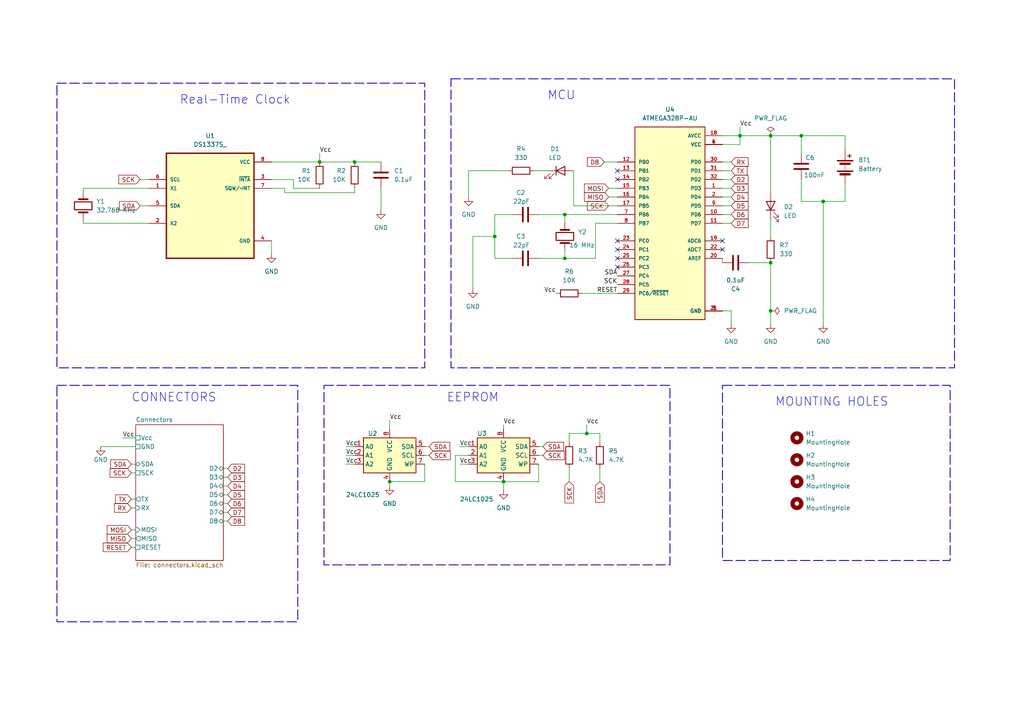
<source format=kicad_sch>
(kicad_sch (version 20230121) (generator eeschema)
  (paper "A4")
  (title_block (title "&{project_name}") (date "2024-05-02") (rev "1"))
  (lib_symbols
    (symbol "ATMEGA328P-AU:ATMEGA328P-AU" (pin_names (offset 1.016))
      (property "Reference" "U" (at -10.1755 29.2546 0))
      (property "Value" "ATMEGA328P-AU" (at -10.1669 -31.7714 0))
      (symbol "ATMEGA328P-AU_0_0"
        (rectangle (start -10.16 -27.94) (end 10.16 27.94) (stroke (width 0.254)) (fill (type background)))
        (pin bidirectional line (at 15.24 10.16 180) (length 5.08) (name "PD3") (number "1"))
        (pin bidirectional line (at 15.24 2.54 180) (length 5.08) (name "PD6") (number "10"))
        (pin bidirectional line (at 15.24 0 180) (length 5.08) (name "PD7") (number "11"))
        (pin bidirectional line (at -15.24 17.78 0) (length 5.08) (name "PB0") (number "12"))
        (pin bidirectional line (at -15.24 15.24 0) (length 5.08) (name "PB1") (number "13"))
        (pin bidirectional line (at -15.24 12.7 0) (length 5.08) (name "PB2") (number "14"))
        (pin bidirectional line (at -15.24 10.16 0) (length 5.08) (name "PB3") (number "15"))
        (pin bidirectional line (at -15.24 7.62 0) (length 5.08) (name "PB4") (number "16"))
        (pin bidirectional line (at -15.24 5.08 0) (length 5.08) (name "PB5") (number "17"))
        (pin power_in line (at 15.24 25.4 180) (length 5.08) (name "AVCC") (number "18"))
        (pin bidirectional line (at 15.24 -5.08 180) (length 5.08) (name "ADC6") (number "19"))
        (pin bidirectional line (at 15.24 7.62 180) (length 5.08) (name "PD4") (number "2"))
        (pin input line (at 15.24 -10.16 180) (length 5.08) (name "AREF") (number "20"))
        (pin power_in line (at 15.24 -25.4 180) (length 5.08) (name "GND") (number "21"))
        (pin bidirectional line (at 15.24 -7.62 180) (length 5.08) (name "ADC7") (number "22"))
        (pin bidirectional line (at -15.24 -5.08 0) (length 5.08) (name "PC0") (number "23"))
        (pin bidirectional line (at -15.24 -7.62 0) (length 5.08) (name "PC1") (number "24"))
        (pin bidirectional line (at -15.24 -10.16 0) (length 5.08) (name "PC2") (number "25"))
        (pin bidirectional line (at -15.24 -12.7 0) (length 5.08) (name "PC3") (number "26"))
        (pin bidirectional line (at -15.24 -15.24 0) (length 5.08) (name "PC4") (number "27"))
        (pin bidirectional line (at -15.24 -17.78 0) (length 5.08) (name "PC5") (number "28"))
        (pin bidirectional line (at -15.24 -20.32 0) (length 5.08) (name "PC6/~{RESET}") (number "29"))
        (pin power_in line (at 15.24 -25.4 180) (length 5.08) (name "GND") (number "3"))
        (pin bidirectional line (at 15.24 17.78 180) (length 5.08) (name "PD0") (number "30"))
        (pin bidirectional line (at 15.24 15.24 180) (length 5.08) (name "PD1") (number "31"))
        (pin bidirectional line (at 15.24 12.7 180) (length 5.08) (name "PD2") (number "32"))
        (pin power_in line (at 15.24 22.86 180) (length 5.08) (name "VCC") (number "4"))
        (pin power_in line (at 15.24 -25.4 180) (length 5.08) (name "GND") (number "5"))
        (pin power_in line (at 15.24 22.86 180) (length 5.08) (name "VCC") (number "6"))
        (pin bidirectional line (at -15.24 2.54 0) (length 5.08) (name "PB6") (number "7"))
        (pin bidirectional line (at -15.24 0 0) (length 5.08) (name "PB7") (number "8"))
        (pin bidirectional line (at 15.24 5.08 180) (length 5.08) (name "PD5") (number "9"))
      )
    )
    (symbol "DS1337S_:DS1337S_" (pin_names (offset 1.016))
      (property "Reference" "U" (at -12.7 16.24 0))
      (property "Value" "DS1337S_" (at -12.7 -19.24 0))
      (symbol "DS1337S__0_0"
        (rectangle (start -12.7 -15.24) (end 12.7 15.24) (stroke (width 0.41)) (fill (type background)))
        (pin input line (at -17.78 5.08 0) (length 5.08) (name "X1") (number "1"))
        (pin bidirectional line (at -17.78 -5.08 0) (length 5.08) (name "X2") (number "2"))
        (pin output line (at 17.78 7.62 180) (length 5.08) (name "~{INTA}") (number "3"))
        (pin power_in line (at 17.78 -10.16 180) (length 5.08) (name "GND") (number "4"))
        (pin bidirectional line (at -17.78 0 0) (length 5.08) (name "SDA") (number "5"))
        (pin input line (at -17.78 7.62 0) (length 5.08) (name "SCL") (number "6"))
        (pin output line (at 17.78 5.08 180) (length 5.08) (name "SQW/~INT") (number "7"))
        (pin power_in line (at 17.78 12.7 180) (length 5.08) (name "VCC") (number "8"))
      )
    )
    (symbol "Device:Battery" (pin_numbers hide) (pin_names (offset 0) hide)
      (property "Reference" "BT" (at 2.54 2.54 0))
      (property "Value" "Battery" (at 2.54 0 0))
      (symbol "Battery_0_1"
        (rectangle (start -2.286 -1.27) (end 2.286 -1.524) (fill (type outline)))
        (rectangle (start -2.286 1.778) (end 2.286 1.524) (fill (type outline)))
        (rectangle (start -1.524 -2.032) (end 1.524 -2.54) (fill (type outline)))
        (rectangle (start -1.524 1.016) (end 1.524 0.508) (fill (type outline)))
        (polyline (pts (xy 0 -1.016) (xy 0 -0.762)))
        (polyline (pts (xy 0 -0.508) (xy 0 -0.254)))
        (polyline (pts (xy 0 0) (xy 0 0.254)))
        (polyline (pts (xy 0 1.778) (xy 0 2.54)))
        (polyline (pts (xy 0.762 3.048) (xy 1.778 3.048)) (stroke (width 0.254)))
        (polyline (pts (xy 1.27 3.556) (xy 1.27 2.54)) (stroke (width 0.254)))
      )
      (symbol "Battery_1_1"
        (pin passive line (at 0 5.08 270) (length 2.54) (name "+") (number "1"))
        (pin passive line (at 0 -5.08 90) (length 2.54) (name "-") (number "2"))
      )
    )
    (symbol "Device:C" (pin_numbers hide) (pin_names (offset 0.254))
      (property "Reference" "C" (at 0.635 2.54 0))
      (property "Value" "C" (at 0.635 -2.54 0))
      (symbol "C_0_1"
        (polyline (pts (xy -2.032 -0.762) (xy 2.032 -0.762)) (stroke (width 0.508)))
        (polyline (pts (xy -2.032 0.762) (xy 2.032 0.762)) (stroke (width 0.508)))
      )
      (symbol "C_1_1"
        (pin passive line (at 0 3.81 270) (length 2.794) (name "~") (number "1"))
        (pin passive line (at 0 -3.81 90) (length 2.794) (name "~") (number "2"))
      )
    )
    (symbol "Device:Crystal" (pin_numbers hide) (pin_names (offset 1.016) hide)
      (property "Reference" "Y" (at 0 3.81 0))
      (property "Value" "Crystal" (at 0 -3.81 0))
      (symbol "Crystal_0_1"
        (rectangle (start -1.143 2.54) (end 1.143 -2.54) (stroke (width 0.3048)))
        (polyline (pts (xy -2.54 0) (xy -1.905 0)))
        (polyline (pts (xy -1.905 -1.27) (xy -1.905 1.27)) (stroke (width 0.508)))
        (polyline (pts (xy 1.905 -1.27) (xy 1.905 1.27)) (stroke (width 0.508)))
        (polyline (pts (xy 2.54 0) (xy 1.905 0)))
      )
      (symbol "Crystal_1_1"
        (pin passive line (at -3.81 0 0) (length 1.27) (name "1") (number "1"))
        (pin passive line (at 3.81 0 180) (length 1.27) (name "2") (number "2"))
      )
    )
    (symbol "Device:LED" (pin_numbers hide) (pin_names (offset 1.016) hide)
      (property "Reference" "D" (at 0 2.54 0))
      (property "Value" "LED" (at 0 -2.54 0))
      (symbol "LED_0_1"
        (polyline (pts (xy -1.27 -1.27) (xy -1.27 1.27)) (stroke (width 0.254)))
        (polyline (pts (xy -1.27 0) (xy 1.27 0)))
        (polyline (pts (xy 1.27 -1.27) (xy 1.27 1.27) (xy -1.27 0) (xy 1.27 -1.27)) (stroke (width 0.254)))
        (polyline (pts (xy -3.048 -0.762) (xy -4.572 -2.286) (xy -3.81 -2.286) (xy -4.572 -2.286) (xy -4.572 -1.524)))
        (polyline (pts (xy -1.778 -0.762) (xy -3.302 -2.286) (xy -2.54 -2.286) (xy -3.302 -2.286) (xy -3.302 -1.524)))
      )
      (symbol "LED_1_1"
        (pin passive line (at -3.81 0 0) (length 2.54) (name "K") (number "1"))
        (pin passive line (at 3.81 0 180) (length 2.54) (name "A") (number "2"))
      )
    )
    (symbol "Device:R" (pin_numbers hide) (pin_names (offset 0))
      (property "Reference" "R" (at 2.032 0 90))
      (property "Value" "R" (at 0 0 90))
      (symbol "R_0_1"
        (rectangle (start -1.016 -2.54) (end 1.016 2.54) (stroke (width 0.254)))
      )
      (symbol "R_1_1"
        (pin passive line (at 0 3.81 270) (length 1.27) (name "~") (number "1"))
        (pin passive line (at 0 -3.81 90) (length 1.27) (name "~") (number "2"))
      )
    )
    (symbol "GND_1" (power) (pin_numbers hide) (pin_names (offset 0) hide)
      (property "Value" "GND_1" (at 0 -3.81 0))
      (symbol "GND_1_0_1"
        (polyline (pts (xy 0 0) (xy 0 -1.27) (xy 1.27 -1.27) (xy 0 -2.54) (xy -1.27 -1.27) (xy 0 -1.27)))
      )
      (symbol "GND_1_1_1"
        (pin power_in line (at 0 0 270) (length 0) hide (name "GND") (number "1"))
      )
    )
    (symbol "Mechanical:MountingHole" (pin_names (offset 1.016))
      (property "Reference" "H" (at 0 5.08 0))
      (property "Value" "MountingHole" (at 0 3.175 0))
      (symbol "MountingHole_0_1"
        (circle (center 0 0) (radius 1.27) (stroke (width 1.27)))
      )
    )
    (symbol "Memory_EEPROM:24LC1025"
      (property "Reference" "U" (at -6.35 6.35 0))
      (property "Value" "24LC1025" (at 1.27 6.35 0))
      (symbol "24LC1025_1_1"
        (rectangle (start -7.62 5.08) (end 7.62 -5.08) (stroke (width 0.254)) (fill (type background)))
        (pin input line (at -10.16 2.54 0) (length 2.54) (name "A0") (number "1"))
        (pin input line (at -10.16 0 0) (length 2.54) (name "A1") (number "2"))
        (pin input line (at -10.16 -2.54 0) (length 2.54) (name "A2") (number "3"))
        (pin power_in line (at 0 -7.62 90) (length 2.54) (name "GND") (number "4"))
        (pin bidirectional line (at 10.16 2.54 180) (length 2.54) (name "SDA") (number "5"))
        (pin input line (at 10.16 0 180) (length 2.54) (name "SCL") (number "6"))
        (pin input line (at 10.16 -2.54 180) (length 2.54) (name "WP") (number "7"))
        (pin power_in line (at 0 7.62 270) (length 2.54) (name "VCC") (number "8"))
      )
    )
    (symbol "power:GND" (power) (pin_names (offset 0))
      (property "Value" "GND" (at 0 -3.81 0))
      (symbol "GND_0_1"
        (polyline (pts (xy 0 0) (xy 0 -1.27) (xy 1.27 -1.27) (xy 0 -2.54) (xy -1.27 -1.27) (xy 0 -1.27)))
      )
      (symbol "GND_1_1"
        (pin power_in line (at 0 0 270) (length 0) hide (name "GND") (number "1"))
      )
    )
    (symbol "power:PWR_FLAG" (power) (pin_numbers hide) (pin_names (offset 0) hide)
      (property "Value" "PWR_FLAG" (at 0 3.81 0))
      (symbol "PWR_FLAG_0_0"
        (pin power_out line (at 0 0 90) (length 0) (name "pwr") (number "1"))
      )
      (symbol "PWR_FLAG_0_1"
        (polyline (pts (xy 0 0) (xy 0 1.27) (xy -1.016 1.905) (xy 0 2.54) (xy 1.016 1.905) (xy 0 1.27)))
      )
    )
  )
  (junction (at 163.83 74.93))
  (junction (at 102.87 46.99))
  (junction (at 146.05 139.7))
  (junction (at 238.76 58.42))
  (junction (at 113.03 139.7))
  (junction (at 92.71 46.99))
  (junction (at 223.52 90.17))
  (junction (at 143.51 68.58))
  (junction (at 163.83 62.23))
  (junction (at 223.52 39.37))
  (junction (at 170.18 125.73))
  (junction (at 223.52 76.2))
  (junction (at 232.41 39.37))
  (junction (at 214.63 39.37))
  (no_connect (at 209.55 72.39))
  (no_connect (at 179.07 77.47))
  (no_connect (at 209.55 69.85))
  (no_connect (at 179.07 49.53))
  (no_connect (at 179.07 74.93))
  (no_connect (at 179.07 52.07))
  (no_connect (at 179.07 69.85))
  (no_connect (at 179.07 72.39))
  (wire (pts (xy 64.77 135.89) (xy 66.04 135.89)))
  (wire (pts (xy 176.53 54.61) (xy 179.07 54.61)))
  (wire (pts (xy 163.83 62.23) (xy 163.83 64.77)))
  (wire (pts (xy 113.03 139.7) (xy 123.19 139.7)))
  (wire (pts (xy 92.71 44.45) (xy 92.71 46.99)))
  (wire (pts (xy 135.89 49.53) (xy 135.89 57.15)))
  (wire (pts (xy 214.63 39.37) (xy 223.52 39.37)))
  (wire (pts (xy 78.74 52.07) (xy 85.09 52.07)))
  (wire (pts (xy 24.13 54.61) (xy 24.13 55.88)))
  (wire (pts (xy 40.64 52.07) (xy 43.18 52.07)))
  (wire (pts (xy 100.33 129.54) (xy 102.87 129.54)))
  (wire (pts (xy 132.08 139.7) (xy 146.05 139.7)))
  (wire (pts (xy 179.07 64.77) (xy 172.72 64.77)))
  (wire (pts (xy 232.41 39.37) (xy 245.11 39.37)))
  (wire (pts (xy 209.55 90.17) (xy 212.09 90.17)))
  (wire (pts (xy 245.11 53.34) (xy 245.11 58.42)))
  (wire (pts (xy 170.18 123.19) (xy 170.18 125.73)))
  (wire (pts (xy 156.21 134.62) (xy 156.21 139.7)))
  (wire (pts (xy 156.21 132.08) (xy 157.48 132.08)))
  (wire (pts (xy 214.63 39.37) (xy 214.63 41.91)))
  (wire (pts (xy 168.91 85.09) (xy 179.07 85.09)))
  (wire (pts (xy 113.03 139.7) (xy 113.03 140.97)))
  (wire (pts (xy 143.51 74.93) (xy 148.59 74.93)))
  (wire (pts (xy 64.77 151.13) (xy 66.04 151.13)))
  (wire (pts (xy 163.83 72.39) (xy 163.83 74.93)))
  (wire (pts (xy 232.41 58.42) (xy 238.76 58.42)))
  (wire (pts (xy 223.52 76.2) (xy 223.52 90.17)))
  (wire (pts (xy 38.1 156.21) (xy 39.37 156.21)))
  (wire (pts (xy 209.55 46.99) (xy 212.09 46.99)))
  (wire (pts (xy 137.16 83.82) (xy 137.16 68.58)))
  (wire (pts (xy 209.55 64.77) (xy 212.09 64.77)))
  (wire (pts (xy 92.71 46.99) (xy 102.87 46.99)))
  (wire (pts (xy 238.76 58.42) (xy 238.76 93.98)))
  (wire (pts (xy 113.03 121.92) (xy 113.03 124.46)))
  (wire (pts (xy 29.21 129.54) (xy 39.37 129.54)))
  (wire (pts (xy 212.09 90.17) (xy 212.09 93.98)))
  (wire (pts (xy 64.77 138.43) (xy 66.04 138.43)))
  (wire (pts (xy 245.11 39.37) (xy 245.11 43.18)))
  (wire (pts (xy 123.19 132.08) (xy 124.46 132.08)))
  (wire (pts (xy 64.77 148.59) (xy 66.04 148.59)))
  (wire (pts (xy 165.1 128.27) (xy 165.1 125.73)))
  (wire (pts (xy 123.19 129.54) (xy 124.46 129.54)))
  (wire (pts (xy 173.99 135.89) (xy 173.99 139.7)))
  (wire (pts (xy 82.55 55.88) (xy 102.87 55.88)))
  (wire (pts (xy 135.89 132.08) (xy 132.08 132.08)))
  (wire (pts (xy 85.09 52.07) (xy 85.09 54.61)))
  (wire (pts (xy 238.76 58.42) (xy 245.11 58.42)))
  (wire (pts (xy 38.1 147.32) (xy 39.37 147.32)))
  (wire (pts (xy 163.83 74.93) (xy 172.72 74.93)))
  (wire (pts (xy 173.99 125.73) (xy 173.99 128.27)))
  (wire (pts (xy 176.53 57.15) (xy 179.07 57.15)))
  (wire (pts (xy 43.18 54.61) (xy 24.13 54.61)))
  (wire (pts (xy 100.33 134.62) (xy 102.87 134.62)))
  (wire (pts (xy 102.87 55.88) (xy 102.87 54.61)))
  (wire (pts (xy 133.35 129.54) (xy 135.89 129.54)))
  (wire (pts (xy 146.05 123.19) (xy 146.05 124.46)))
  (wire (pts (xy 24.13 64.77) (xy 43.18 64.77)))
  (wire (pts (xy 40.64 59.69) (xy 43.18 59.69)))
  (wire (pts (xy 209.55 39.37) (xy 214.63 39.37)))
  (wire (pts (xy 223.52 39.37) (xy 223.52 55.88)))
  (wire (pts (xy 165.1 135.89) (xy 165.1 139.7)))
  (wire (pts (xy 163.83 74.93) (xy 156.21 74.93)))
  (wire (pts (xy 143.51 62.23) (xy 143.51 68.58)))
  (wire (pts (xy 102.87 46.99) (xy 110.49 46.99)))
  (wire (pts (xy 100.33 132.08) (xy 102.87 132.08)))
  (wire (pts (xy 38.1 144.78) (xy 39.37 144.78)))
  (wire (pts (xy 209.55 57.15) (xy 212.09 57.15)))
  (wire (pts (xy 232.41 52.07) (xy 232.41 58.42)))
  (wire (pts (xy 166.37 59.69) (xy 179.07 59.69)))
  (wire (pts (xy 217.17 76.2) (xy 223.52 76.2)))
  (wire (pts (xy 163.83 62.23) (xy 179.07 62.23)))
  (wire (pts (xy 38.1 153.67) (xy 39.37 153.67)))
  (wire (pts (xy 24.13 63.5) (xy 24.13 64.77)))
  (wire (pts (xy 146.05 139.7) (xy 156.21 139.7)))
  (wire (pts (xy 148.59 62.23) (xy 143.51 62.23)))
  (wire (pts (xy 146.05 139.7) (xy 146.05 142.24)))
  (wire (pts (xy 35.56 127) (xy 39.37 127)))
  (wire (pts (xy 232.41 44.45) (xy 232.41 39.37)))
  (wire (pts (xy 156.21 62.23) (xy 163.83 62.23)))
  (wire (pts (xy 209.55 52.07) (xy 212.09 52.07)))
  (wire (pts (xy 209.55 49.53) (xy 212.09 49.53)))
  (wire (pts (xy 110.49 54.61) (xy 110.49 60.96)))
  (wire (pts (xy 137.16 68.58) (xy 143.51 68.58)))
  (wire (pts (xy 209.55 62.23) (xy 212.09 62.23)))
  (wire (pts (xy 143.51 68.58) (xy 143.51 74.93)))
  (wire (pts (xy 209.55 76.2) (xy 209.55 74.93)))
  (wire (pts (xy 133.35 134.62) (xy 135.89 134.62)))
  (wire (pts (xy 38.1 158.75) (xy 39.37 158.75)))
  (wire (pts (xy 154.94 49.53) (xy 158.75 49.53)))
  (wire (pts (xy 85.09 54.61) (xy 92.71 54.61)))
  (wire (pts (xy 147.32 49.53) (xy 135.89 49.53)))
  (wire (pts (xy 172.72 64.77) (xy 172.72 74.93)))
  (wire (pts (xy 165.1 125.73) (xy 170.18 125.73)))
  (wire (pts (xy 209.55 59.69) (xy 212.09 59.69)))
  (wire (pts (xy 175.26 46.99) (xy 179.07 46.99)))
  (wire (pts (xy 64.77 146.05) (xy 66.04 146.05)))
  (wire (pts (xy 78.74 46.99) (xy 92.71 46.99)))
  (wire (pts (xy 123.19 134.62) (xy 123.19 139.7)))
  (wire (pts (xy 156.21 129.54) (xy 157.48 129.54)))
  (wire (pts (xy 64.77 143.51) (xy 66.04 143.51)))
  (wire (pts (xy 170.18 125.73) (xy 173.99 125.73)))
  (wire (pts (xy 64.77 140.97) (xy 66.04 140.97)))
  (wire (pts (xy 78.74 69.85) (xy 78.74 73.66)))
  (wire (pts (xy 38.1 137.16) (xy 39.37 137.16)))
  (wire (pts (xy 166.37 59.69) (xy 166.37 49.53)))
  (wire (pts (xy 223.52 63.5) (xy 223.52 68.58)))
  (wire (pts (xy 82.55 54.61) (xy 82.55 55.88)))
  (wire (pts (xy 132.08 132.08) (xy 132.08 139.7)))
  (wire (pts (xy 209.55 54.61) (xy 212.09 54.61)))
  (wire (pts (xy 38.1 134.62) (xy 39.37 134.62)))
  (wire (pts (xy 78.74 54.61) (xy 82.55 54.61)))
  (wire (pts (xy 214.63 36.83) (xy 214.63 39.37)))
  (wire (pts (xy 223.52 90.17) (xy 223.52 93.98)))
  (wire (pts (xy 209.55 41.91) (xy 214.63 41.91)))
  (wire (pts (xy 223.52 39.37) (xy 232.41 39.37)))
  (rectangle (start 130.81 22.86) (end 276.86 106.68) (stroke (width 0.25) (type dash)))
  (rectangle (start 93.98 111.76) (end 194.31 163.83) (stroke (width 0.25) (type dash)))
  (rectangle (start 209.55 111.76) (end 275.59 162.56) (stroke (width 0.25) (type dash)))
  (rectangle (start 16.51 111.76) (end 86.36 180.34) (stroke (width 0.25) (type dash)))
  (rectangle (start 16.51 24.13) (end 123.19 106.68) (stroke (width 0.25) (type dash)))
  (text "MCU" (at 158.75 29.21 0) (effects (font (size 2.5 2.5)) (justify left bottom)))
  (text "MOUNTING HOLES" (at 224.79 118.11 0) (effects (font (size 2.5 2.5)) (justify left bottom)))
  (text "EEPROM" (at 129.54 116.84 0) (effects (font (size 2.5 2.5)) (justify left bottom)))
  (text "Real-Time Clock" (at 52.07 30.48 0) (effects (font (size 2.5 2.5)) (justify left bottom)))
  (text "CONNECTORS" (at 38.1 116.84 0) (effects (font (size 2.5 2.5)) (justify left bottom)))
  (label "Vcc" (at 100.33 132.08 0))
  (label "Vcc" (at 100.33 134.62 0))
  (label "Vcc" (at 35.56 127 0))
  (label "Vcc" (at 146.05 123.19 0))
  (label "Vcc" (at 133.35 129.54 0))
  (label "RESET" (at 179.07 85.09 180))
  (label "Vcc" (at 133.35 134.62 0))
  (label "Vcc" (at 92.71 44.45 0))
  (label "Vcc" (at 100.33 129.54 0))
  (label "Vcc" (at 214.63 36.83 0))
  (label "Vcc" (at 113.03 121.92 0))
  (label "Vcc" (at 170.18 123.19 0))
  (label "SCK" (at 179.07 82.55 180))
  (label "Vcc" (at 161.29 85.09 180))
  (label "SDA" (at 179.07 80.01 180))
  (global_label "SCK" (shape input) (at 38.1 137.16 180) (property "Intersheetrefs" "${INTERSHEET_REFS}" (effects hide)))
  (global_label "SCK" (shape input) (at 165.1 139.7 270) (property "Intersheetrefs" "${INTERSHEET_REFS}" (effects hide)))
  (global_label "SCK" (shape input) (at 124.46 132.08 0) (property "Intersheetrefs" "${INTERSHEET_REFS}" (effects hide)))
  (global_label "D8" (shape input) (at 66.04 151.13 0) (property "Intersheetrefs" "${INTERSHEET_REFS}" (effects hide)))
  (global_label "D4" (shape input) (at 212.09 57.15 0) (property "Intersheetrefs" "${INTERSHEET_REFS}" (effects hide)))
  (global_label "MOSI" (shape input) (at 176.53 54.61 180) (property "Intersheetrefs" "${INTERSHEET_REFS}" (effects hide)))
  (global_label "D6" (shape input) (at 66.04 146.05 0) (property "Intersheetrefs" "${INTERSHEET_REFS}" (effects hide)))
  (global_label "D4" (shape input) (at 66.04 140.97 0) (property "Intersheetrefs" "${INTERSHEET_REFS}" (effects hide)))
  (global_label "D8" (shape input) (at 175.26 46.99 180) (property "Intersheetrefs" "${INTERSHEET_REFS}" (effects hide)))
  (global_label "SDA" (shape input) (at 157.48 129.54 0) (property "Intersheetrefs" "${INTERSHEET_REFS}" (effects hide)))
  (global_label "SDA" (shape input) (at 38.1 134.62 180) (property "Intersheetrefs" "${INTERSHEET_REFS}" (effects hide)))
  (global_label "SDA" (shape input) (at 173.99 139.7 270) (property "Intersheetrefs" "${INTERSHEET_REFS}" (effects hide)))
  (global_label "RX" (shape input) (at 212.09 46.99 0) (property "Intersheetrefs" "${INTERSHEET_REFS}" (effects hide)))
  (global_label "SDA" (shape input) (at 124.46 129.54 0) (property "Intersheetrefs" "${INTERSHEET_REFS}" (effects hide)))
  (global_label "SCK" (shape input) (at 176.53 59.69 180) (property "Intersheetrefs" "${INTERSHEET_REFS}" (effects hide)))
  (global_label "TX" (shape input) (at 38.1 144.78 180) (property "Intersheetrefs" "${INTERSHEET_REFS}" (effects hide)))
  (global_label "D2" (shape input) (at 66.04 135.89 0) (property "Intersheetrefs" "${INTERSHEET_REFS}" (effects hide)))
  (global_label "MOSI" (shape input) (at 38.1 153.67 180) (property "Intersheetrefs" "${INTERSHEET_REFS}" (effects hide)))
  (global_label "D5" (shape input) (at 66.04 143.51 0) (property "Intersheetrefs" "${INTERSHEET_REFS}" (effects hide)))
  (global_label "D3" (shape input) (at 66.04 138.43 0) (property "Intersheetrefs" "${INTERSHEET_REFS}" (effects hide)))
  (global_label "TX" (shape input) (at 212.09 49.53 0) (property "Intersheetrefs" "${INTERSHEET_REFS}" (effects hide)))
  (global_label "D3" (shape input) (at 212.09 54.61 0) (property "Intersheetrefs" "${INTERSHEET_REFS}" (effects hide)))
  (global_label "SCK" (shape input) (at 157.48 132.08 0) (property "Intersheetrefs" "${INTERSHEET_REFS}" (effects hide)))
  (global_label "D5" (shape input) (at 212.09 59.69 0) (property "Intersheetrefs" "${INTERSHEET_REFS}" (effects hide)))
  (global_label "RX" (shape input) (at 38.1 147.32 180) (property "Intersheetrefs" "${INTERSHEET_REFS}" (effects hide)))
  (global_label "MISO" (shape input) (at 38.1 156.21 180) (property "Intersheetrefs" "${INTERSHEET_REFS}" (effects hide)))
  (global_label "SDA" (shape input) (at 40.64 59.69 180) (property "Intersheetrefs" "${INTERSHEET_REFS}" (effects hide)))
  (global_label "RESET" (shape input) (at 38.1 158.75 180) (property "Intersheetrefs" "${INTERSHEET_REFS}" (effects hide)))
  (global_label "D7" (shape input) (at 212.09 64.77 0) (property "Intersheetrefs" "${INTERSHEET_REFS}" (effects hide)))
  (global_label "SCK" (shape input) (at 40.64 52.07 180) (property "Intersheetrefs" "${INTERSHEET_REFS}" (effects hide)))
  (global_label "D7" (shape input) (at 66.04 148.59 0) (property "Intersheetrefs" "${INTERSHEET_REFS}" (effects hide)))
  (global_label "MISO" (shape input) (at 176.53 57.15 180) (property "Intersheetrefs" "${INTERSHEET_REFS}" (effects hide)))
  (global_label "D2" (shape input) (at 212.09 52.07 0) (property "Intersheetrefs" "${INTERSHEET_REFS}" (effects hide)))
  (global_label "D6" (shape input) (at 212.09 62.23 0) (property "Intersheetrefs" "${INTERSHEET_REFS}" (effects hide)))
  (symbol (lib_id "Device:C") (at 110.49 50.8 0) (unit 1)
    (property "Reference" "C1" (at 114.3 49.53 0) (effects (justify left)))
    (property "Value" "0.1uF" (at 114.3 52.07 0) (effects (justify left)))
    (property "Footprint" "Capacitor_SMD:C_0805_2012Metric" (effects hide))
  )
  (symbol (lib_name "GND_1") (lib_id "power:GND") (at 29.21 129.54 0) (unit 1)
    (property "Reference" "#PWR010" (effects hide))
    (property "Value" "GND" (at 29.21 133.35 0))
  )
  (symbol (lib_id "Device:R") (at 165.1 85.09 90) (unit 1)
    (property "Reference" "R6" (at 165.1 78.74 90))
    (property "Value" "10K" (at 165.1 81.28 90))
    (property "Footprint" "PCM_Resistor_SMD_AKL:R_0805_2012Metric" (effects hide))
  )
  (symbol (lib_id "Device:R") (at 223.52 72.39 180) (unit 1)
    (property "Reference" "R7" (at 226.06 71.12 0) (effects (justify right)))
    (property "Value" "330" (at 226.06 73.66 0) (effects (justify right)))
    (property "Footprint" "PCM_Resistor_SMD_AKL:R_0805_2012Metric" (effects hide))
  )
  (symbol (lib_id "Mechanical:MountingHole") (at 231.14 146.05 0) (unit 1)
    (property "Reference" "H4" (at 233.68 144.78 0) (effects (justify left)))
    (property "Value" "MountingHole" (at 233.68 147.32 0) (effects (justify left)))
    (property "Footprint" "MountingHole:MountingHole_2.1mm" (effects hide))
  )
  (symbol (lib_id "power:GND") (at 137.16 83.82 0) (unit 1)
    (property "Reference" "#PWR06" (effects hide))
    (property "Value" "GND" (at 137.16 88.9 0))
  )
  (symbol (lib_id "Device:LED") (at 162.56 49.53 0) (unit 1)
    (property "Reference" "D1" (at 160.9725 43.18 0))
    (property "Value" "LED" (at 160.9725 45.72 0))
    (property "Footprint" "LED_SMD:LED_0805_2012Metric" (effects hide))
  )
  (symbol (lib_id "power:GND") (at 113.03 140.97 0) (unit 1)
    (property "Reference" "#PWR02" (effects hide))
    (property "Value" "GND" (at 113.03 146.05 0))
  )
  (symbol (lib_id "Mechanical:MountingHole") (at 231.14 133.35 0) (unit 1)
    (property "Reference" "H2" (at 233.68 132.08 0) (effects (justify left)))
    (property "Value" "MountingHole" (at 233.68 134.62 0) (effects (justify left)))
    (property "Footprint" "MountingHole:MountingHole_2.1mm" (effects hide))
  )
  (symbol (lib_id "power:GND") (at 238.76 93.98 0) (unit 1)
    (property "Reference" "#PWR09" (effects hide))
    (property "Value" "GND" (at 238.76 99.06 0))
  )
  (symbol (lib_id "Device:R") (at 102.87 50.8 0) (mirror y) (unit 1)
    (property "Reference" "R2" (at 100.33 49.53 0) (effects (justify left)))
    (property "Value" "10K" (at 100.33 52.07 0) (effects (justify left)))
    (property "Footprint" "PCM_Resistor_SMD_AKL:R_0805_2012Metric" (effects hide))
  )
  (symbol (lib_id "power:PWR_FLAG") (at 223.52 90.17 270) (unit 1)
    (property "Reference" "#FLG02" (effects hide))
    (property "Value" "PWR_FLAG" (at 227.33 90.17 90) (effects (justify left)))
  )
  (symbol (lib_id "power:GND") (at 212.09 93.98 0) (unit 1)
    (property "Reference" "#PWR07" (effects hide))
    (property "Value" "GND" (at 212.09 99.06 0))
  )
  (symbol (lib_id "Device:R") (at 151.13 49.53 90) (unit 1)
    (property "Reference" "R4" (at 151.13 43.18 90))
    (property "Value" "330" (at 151.13 45.72 90))
    (property "Footprint" "PCM_Resistor_SMD_AKL:R_0805_2012Metric" (effects hide))
  )
  (symbol (lib_id "Memory_EEPROM:24LC1025") (at 113.03 132.08 0) (unit 1)
    (property "Reference" "U2" (at 106.68 125.73 0) (effects (justify left)))
    (property "Value" "24LC1025" (at 100.33 143.51 0) (effects (justify left)))
    (property "Footprint" "Package_SO:SOIC-8_3.9x4.9mm_P1.27mm" (effects hide))
    (property "Datasheet" "http://ww1.microchip.com/downloads/en/DeviceDoc/21941B.pdf" (effects hide))
  )
  (symbol (lib_id "Device:R") (at 173.99 132.08 0) (unit 1)
    (property "Reference" "R5" (at 176.53 130.81 0) (effects (justify left)))
    (property "Value" "4.7K" (at 176.53 133.35 0) (effects (justify left)))
    (property "Footprint" "PCM_Resistor_SMD_AKL:R_0805_2012Metric" (effects hide))
  )
  (symbol (lib_id "Mechanical:MountingHole") (at 231.14 139.7 0) (unit 1)
    (property "Reference" "H3" (at 233.68 138.43 0) (effects (justify left)))
    (property "Value" "MountingHole" (at 233.68 140.97 0) (effects (justify left)))
    (property "Footprint" "MountingHole:MountingHole_2.1mm" (effects hide))
  )
  (symbol (lib_id "Device:Crystal") (at 163.83 68.58 90) (unit 1)
    (property "Reference" "Y2" (at 167.64 67.31 90) (effects (justify right)))
    (property "Value" "16 MHz" (at 165.1 71.12 90) (effects (justify right)))
    (property "Footprint" "Crystal:Crystal_SMD_5032-2Pin_5.0x3.2mm_HandSoldering" (effects hide))
  )
  (symbol (lib_id "power:GND") (at 146.05 142.24 0) (unit 1)
    (property "Reference" "#PWR04" (effects hide))
    (property "Value" "GND" (at 146.05 147.32 0))
  )
  (symbol (lib_id "power:PWR_FLAG") (at 223.52 39.37 0) (unit 1)
    (property "Reference" "#FLG01" (effects hide))
    (property "Value" "PWR_FLAG" (at 223.52 34.29 0))
  )
  (symbol (lib_id "power:GND") (at 78.74 73.66 0) (unit 1)
    (property "Reference" "#PWR01" (effects hide))
    (property "Value" "GND" (at 78.74 78.74 0))
  )
  (symbol (lib_id "Device:C") (at 213.36 76.2 90) (mirror x) (unit 1)
    (property "Reference" "C4" (at 213.36 83.82 90))
    (property "Value" "0.1uF" (at 213.36 81.28 90))
    (property "Footprint" "Capacitor_SMD:C_0805_2012Metric" (effects hide))
  )
  (symbol (lib_id "power:GND") (at 110.49 60.96 0) (unit 1)
    (property "Reference" "#PWR03" (effects hide))
    (property "Value" "GND" (at 110.49 66.04 0))
  )
  (symbol (lib_id "Device:R") (at 165.1 132.08 180) (unit 1)
    (property "Reference" "R3" (at 167.64 130.81 0) (effects (justify right)))
    (property "Value" "4.7K" (at 167.64 133.35 0) (effects (justify right)))
    (property "Footprint" "PCM_Resistor_SMD_AKL:R_0805_2012Metric" (effects hide))
  )
  (symbol (lib_id "Device:R") (at 92.71 50.8 0) (mirror y) (unit 1)
    (property "Reference" "R1" (at 90.17 49.53 0) (effects (justify left)))
    (property "Value" "10K" (at 90.17 52.07 0) (effects (justify left)))
    (property "Footprint" "PCM_Resistor_SMD_AKL:R_0805_2012Metric" (effects hide))
  )
  (symbol (lib_id "power:GND") (at 135.89 57.15 0) (unit 1)
    (property "Reference" "#PWR05" (effects hide))
    (property "Value" "GND" (at 135.89 62.23 0))
  )
  (symbol (lib_id "Device:C") (at 152.4 74.93 90) (unit 1)
    (property "Reference" "C3" (at 152.4 68.58 90) (effects (justify left)))
    (property "Value" "22pF" (at 153.67 71.12 90) (effects (justify left)))
    (property "Footprint" "Capacitor_SMD:C_0805_2012Metric" (effects hide))
  )
  (symbol (lib_id "ATMEGA328P-AU:ATMEGA328P-AU") (at 194.31 64.77 0) (unit 1)
    (property "Reference" "U4" (at 194.31 31.75 0))
    (property "Value" "ATMEGA328P-AU" (at 194.31 34.29 0))
    (property "Footprint" "ATMEGA328P-AU:QFP80P900X900X120-32N" (effects hide))
    (property "MF" "Microchip" (effects hide))
    (property "MAXIMUM_PACKAGE_HEIGHT" "1.20mm" (effects hide))
    (property "Package" "TQFP-32 Microchip" (effects hide))
    (property "Price" "None" (effects hide))
    (property "Check_prices" "https://www.snapeda.com/parts/ATMEGA328P-AU/Microchip/view-part/?ref=eda" (effects hide))
    (property "STANDARD" "IPC-7351B" (effects hide))
    (property "PARTREV" "8271A" (effects hide))
    (property "SnapEDA_Link" "https://www.snapeda.com/parts/ATMEGA328P-AU/Microchip/view-part/?ref=snap" (effects hide))
    (property "MP" "ATMEGA328P-AU" (effects hide))
    (property "Purchase-URL" "https://www.snapeda.com/api/url_track_click_mouser/?unipart_id=44280&manufacturer=Microchip&part_name=ATMEGA328P-AU&search_term=atmega328p-au" (effects hide))
    (property "Description" "\nAVR AVR® ATmega Microcontroller IC 8-Bit 20MHz 32KB (16K x 16) FLASH 32-TQFP (7x7)\n" (effects hide))
    (property "Availability" "In Stock" (effects hide))
    (property "MANUFACTURER" "Microchip" (effects hide))
  )
  (symbol (lib_id "Memory_EEPROM:24LC1025") (at 146.05 132.08 0) (unit 1)
    (property "Reference" "U3" (at 138.43 125.73 0) (effects (justify left)))
    (property "Value" "24LC1025" (at 133.35 144.78 0) (effects (justify left)))
    (property "Footprint" "Package_SO:SOIC-8_3.9x4.9mm_P1.27mm" (effects hide))
    (property "Datasheet" "http://ww1.microchip.com/downloads/en/DeviceDoc/21941B.pdf" (effects hide))
  )
  (symbol (lib_id "Device:LED") (at 223.52 59.69 90) (unit 1)
    (property "Reference" "D2" (at 227.33 60.0075 90) (effects (justify right)))
    (property "Value" "LED" (at 227.33 62.5475 90) (effects (justify right)))
    (property "Footprint" "LED_SMD:LED_0805_2012Metric" (effects hide))
  )
  (symbol (lib_id "power:GND") (at 223.52 93.98 0) (unit 1)
    (property "Reference" "#PWR08" (effects hide))
    (property "Value" "GND" (at 223.52 99.06 0))
  )
  (symbol (lib_id "Device:C") (at 152.4 62.23 90) (unit 1)
    (property "Reference" "C2" (at 152.4 55.88 90) (effects (justify left)))
    (property "Value" "22pF" (at 153.67 58.42 90) (effects (justify left)))
    (property "Footprint" "Capacitor_SMD:C_0805_2012Metric" (effects hide))
  )
  (symbol (lib_id "Device:Crystal") (at 24.13 59.69 90) (unit 1)
    (property "Reference" "Y1" (at 27.94 58.42 90) (effects (justify right)))
    (property "Value" "32.768 KHz" (at 27.94 60.96 90) (effects (justify right)))
    (property "Footprint" "Crystal:Crystal_SMD_5032-2Pin_5.0x3.2mm_HandSoldering" (effects hide))
  )
  (symbol (lib_id "Device:C") (at 232.41 48.26 0) (mirror x) (unit 1)
    (property "Reference" "C6" (at 234.95 45.72 0))
    (property "Value" "100nF" (at 236.22 50.8 0))
    (property "Footprint" "Capacitor_SMD:C_0805_2012Metric" (effects hide))
  )
  (symbol (lib_id "DS1337S_:DS1337S_") (at 60.96 59.69 0) (unit 1)
    (property "Reference" "U1" (at 60.96 39.37 0))
    (property "Value" "DS1337S_" (at 60.96 41.91 0))
    (property "Footprint" "DS1337S_:SOIC127P600X175-8N" (effects hide))
    (property "MF" "Analog Devices" (effects hide))
    (property "Description" "\nReal Time Clock (RTC) IC Clock/Calendar - I²C, 2-Wire Serial 8-SOIC (0.154, 3.90mm Width)\n" (effects hide))
    (property "Package" "SOIC-8 Maxim" (effects hide))
    (property "Price" "None" (effects hide))
    (property "SnapEDA_Link" "https://www.snapeda.com/parts/DS1337S/Analog+Devices/view-part/?ref=snap" (effects hide))
    (property "MP" "DS1337S" (effects hide))
    (property "Purchase-URL" "https://www.snapeda.com/api/url_track_click_mouser/?unipart_id=2748190&manufacturer=Analog Devices&part_name=DS1337S&search_term=ds1337s" (effects hide))
    (property "Availability" "In Stock" (effects hide))
    (property "Check_prices" "https://www.snapeda.com/parts/DS1337S/Analog+Devices/view-part/?ref=eda" (effects hide))
  )
  (symbol (lib_id "Device:Battery") (at 245.11 48.26 0) (unit 1)
    (property "Reference" "BT1" (at 248.92 46.4185 0) (effects (justify left)))
    (property "Value" "Battery" (at 248.92 48.9585 0) (effects (justify left)))
    (property "Footprint" "Connector_PinHeader_2.54mm:PinHeader_1x02_P2.54mm_Vertical" (effects hide))
  )
  (symbol (lib_id "Mechanical:MountingHole") (at 231.14 127 0) (unit 1)
    (property "Reference" "H1" (at 233.68 125.73 0) (effects (justify left)))
    (property "Value" "MountingHole" (at 233.68 128.27 0) (effects (justify left)))
    (property "Footprint" "MountingHole:MountingHole_2.1mm" (effects hide))
  )
  (sheet (at 39.37 123.19) (size 25.4 39.37) (stroke (width 0.1524))
    (property "Sheetname" "Connectors" (at 39.37 122.4784 0) (effects (justify left bottom)))
    (property "Sheetfile" "connectors.kicad_sch" (at 39.37 163.1446 0) (effects (justify left top)))
    (pin "Vcc" passive (at 39.37 127 180))
    (pin "SCK" passive (at 39.37 137.16 180))
    (pin "GND" passive (at 39.37 129.54 180))
    (pin "SDA" tri_state (at 39.37 134.62 180))
    (pin "D6" tri_state (at 64.77 146.05 0))
    (pin "D7" tri_state (at 64.77 148.59 0))
    (pin "D8" tri_state (at 64.77 151.13 0))
    (pin "D3" tri_state (at 64.77 138.43 0))
    (pin "D4" tri_state (at 64.77 140.97 0))
    (pin "D2" tri_state (at 64.77 135.89 0))
    (pin "D5" tri_state (at 64.77 143.51 0))
    (pin "RESET" passive (at 39.37 158.75 180))
    (pin "MISO" output (at 39.37 156.21 180))
    (pin "RX" input (at 39.37 147.32 180))
    (pin "TX" output (at 39.37 144.78 180))
    (pin "MOSI" input (at 39.37 153.67 180))
  )
)
</source>
